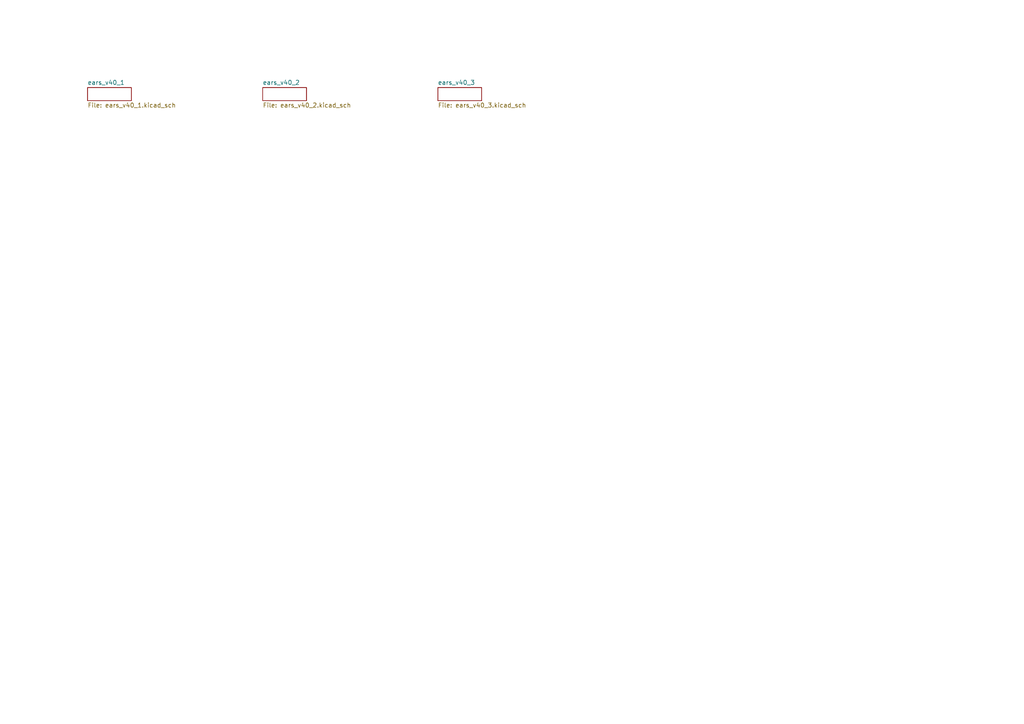
<source format=kicad_sch>
(kicad_sch (version 20230121) (generator eeschema)
  (paper "A4")
  (lib_symbols)
  (sheet (at 127 25.4) (size 12.7 3.81)
    (property "Sheetname" "ears_v40_3" (at 127 24.6884 0) (effects (justify left bottom)))
    (property "Sheetfile" "ears_v40_3.kicad_sch" (at 127 29.7946 0) (effects (justify left top)))
  )
  (sheet (at 76.2 25.4) (size 12.7 3.81)
    (property "Sheetname" "ears_v40_2" (at 76.2 24.6884 0) (effects (justify left bottom)))
    (property "Sheetfile" "ears_v40_2.kicad_sch" (at 76.2 29.7946 0) (effects (justify left top)))
  )
  (sheet (at 25.4 25.4) (size 12.7 3.81)
    (property "Sheetname" "ears_v40_1" (at 25.4 24.6884 0) (effects (justify left bottom)))
    (property "Sheetfile" "ears_v40_1.kicad_sch" (at 25.4 29.7946 0) (effects (justify left top)))
  )
)
</source>
